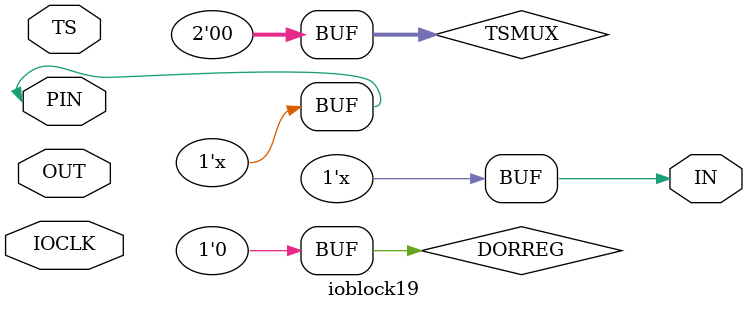
<source format=v>
module ioblock19(
	       inout  PIN,
	       input  TS,
	       input  OUT,
	       output IN,
	       input IOCLK
	       );
   
   reg 		     D;
   reg [2-1:0] 	     TSMUX;
   reg 		     DORREG;

   assign PIN = ( TSMUX == 2'b00 ) ? 1'bz : (( TSMUX == 2'b01 && TS == 1'b1 ) ? OUT : (( TSMUX == 2'b01 && TS == 1'b0 ) ? 1'bz : OUT));
   assign IN  = ( DORREG == 1'b0 ) ? PIN  : D;
   
   initial
     begin
	D=1'b0;
	TSMUX=2'b00;
	DORREG=1'b0;
     end
   
   always @(posedge IOCLK) D=PIN;
   
endmodule       

</source>
